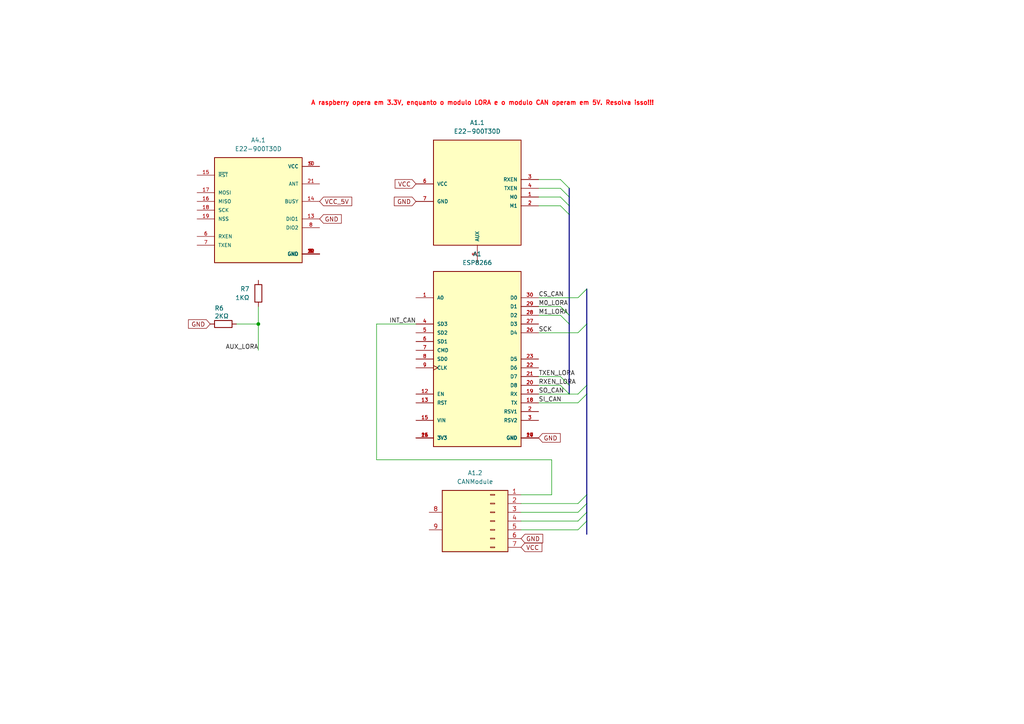
<source format=kicad_sch>
(kicad_sch (version 20250114) (generator "eeschema") (generator_version "9.0")
  (paper "A4")
  (lib_symbols
    (symbol "CAN_Module:Conn_01x07" (pin_names (offset 1.016) (hide yes))
      (property "Reference" "A" (at 0 10.16 0))
      (property "Value" "CANModule" (at 0.762 12.7 0))
      (symbol "Conn_01x07_1_1"
        (rectangle (start -10.16 8.89) (end 8.89 -8.89) (stroke (width 0.254)) (fill (type background)))
        (rectangle (start -6.35 7.747) (end -5.08 7.493) (stroke (width 0.1524)))
        (rectangle (start -6.35 5.207) (end -5.08 4.953) (stroke (width 0.1524)))
        (rectangle (start -6.35 2.667) (end -5.08 2.413) (stroke (width 0.1524)))
        (rectangle (start -6.35 0.127) (end -5.08 -0.127) (stroke (width 0.1524)))
        (rectangle (start -6.35 -2.413) (end -5.08 -2.667) (stroke (width 0.1524)))
        (rectangle (start -6.35 -4.953) (end -5.08 -5.207) (stroke (width 0.1524)))
        (rectangle (start -6.35 -7.493) (end -5.08 -7.747) (stroke (width 0.1524)))
        (pin passive line (at -13.97 7.62 0) (length 3.81) (name "INT_CAN") (number "1"))
        (pin passive line (at -13.97 5.08 0) (length 3.81) (name "CS_CAN") (number "2"))
        (pin passive line (at -13.97 2.54 0) (length 3.81) (name "SI_CAN") (number "3"))
        (pin passive line (at -13.97 0 0) (length 3.81) (name "SO_CAN") (number "4"))
        (pin passive line (at -13.97 -2.54 0) (length 3.81) (name "SCK_CAN") (number "5"))
        (pin passive line (at -13.97 -5.08 0) (length 3.81) (name "GND") (number "6"))
        (pin passive line (at -13.97 -7.62 0) (length 3.81) (name "VCC") (number "7"))
        (pin passive line (at 12.7 2.54 180) (length 3.81) (name "CAN_H") (number "8"))
        (pin passive line (at 12.7 -2.54 180) (length 3.81) (name "CAN_L") (number "9"))
      )
    )
    (symbol "Device:R" (pin_numbers (hide yes)) (pin_names (offset 0))
      (property "Reference" "R" (at 2.032 0 90))
      (property "Value" "R" (at 0 0 90))
      (symbol "R_0_1"
        (rectangle (start -1.016 -2.54) (end 1.016 2.54) (stroke (width 0.254)))
      )
      (symbol "R_1_1"
        (pin passive line (at 0 3.81 270) (length 1.27) (name "~") (number "1"))
        (pin passive line (at 0 -3.81 90) (length 1.27) (name "~") (number "2"))
      )
    )
    (symbol "E22-900M30S:E22-900M30S" (pin_names (offset 1.016))
      (property "Reference" "U" (at -12.7 16.002 0))
      (property "Value" "E22-900M30S" (at -12.7 -17.78 0))
      (symbol "E22-900M30S_0_0"
        (rectangle (start -12.7 -15.24) (end 12.7 15.24) (stroke (width 0.254)) (fill (type background)))
        (pin input line (at -17.78 10.16 0) (length 5.08) (name "~{RST}") (number "15"))
        (pin input line (at -17.78 5.08 0) (length 5.08) (name "MOSI") (number "17"))
        (pin output line (at -17.78 2.54 0) (length 5.08) (name "MISO") (number "16"))
        (pin input line (at -17.78 0 0) (length 5.08) (name "SCK") (number "18"))
        (pin input line (at -17.78 -2.54 0) (length 5.08) (name "NSS") (number "19"))
        (pin input line (at -17.78 -7.62 0) (length 5.08) (name "RXEN") (number "6"))
        (pin input line (at -17.78 -10.16 0) (length 5.08) (name "TXEN") (number "7"))
        (pin power_in line (at 17.78 12.7 180) (length 5.08) (name "VCC") (number "10"))
        (pin power_in line (at 17.78 12.7 180) (length 5.08) (name "VCC") (number "9"))
        (pin output line (at 17.78 7.62 180) (length 5.08) (name "ANT") (number "21"))
        (pin output line (at 17.78 2.54 180) (length 5.08) (name "BUSY") (number "14"))
        (pin bidirectional line (at 17.78 -2.54 180) (length 5.08) (name "DIO1") (number "13"))
        (pin bidirectional line (at 17.78 -5.08 180) (length 5.08) (name "DIO2") (number "8"))
        (pin power_in line (at 17.78 -12.7 180) (length 5.08) (name "GND") (number "1"))
        (pin power_in line (at 17.78 -12.7 180) (length 5.08) (name "GND") (number "11"))
        (pin power_in line (at 17.78 -12.7 180) (length 5.08) (name "GND") (number "12"))
        (pin power_in line (at 17.78 -12.7 180) (length 5.08) (name "GND") (number "2"))
        (pin power_in line (at 17.78 -12.7 180) (length 5.08) (name "GND") (number "20"))
        (pin power_in line (at 17.78 -12.7 180) (length 5.08) (name "GND") (number "22"))
        (pin power_in line (at 17.78 -12.7 180) (length 5.08) (name "GND") (number "3"))
        (pin power_in line (at 17.78 -12.7 180) (length 5.08) (name "GND") (number "4"))
        (pin power_in line (at 17.78 -12.7 180) (length 5.08) (name "GND") (number "5"))
      )
    )
    (symbol "E22-900M30S_1" (pin_names (offset 1.016))
      (property "Reference" "A1.1" (at 0 20.32 0))
      (property "Value" "E22-900T30D" (at 0 17.78 0))
      (symbol "E22-900M30S_1_0_0"
        (rectangle (start -12.7 15.24) (end 12.7 -15.24) (stroke (width 0.254)) (fill (type background)))
      )
      (symbol "E22-900M30S_1_1_0"
        (pin input line (at -17.78 3.81 0) (length 5.08) (name "RXEN") (number "3"))
        (pin input line (at -17.78 1.27 0) (length 5.08) (name "TXEN") (number "4"))
        (pin bidirectional line (at -17.78 -1.27 0) (length 5.08) (name "M0") (number "1"))
        (pin bidirectional line (at -17.78 -3.81 0) (length 5.08) (name "M1") (number "2"))
        (pin output line (at 0 -20.32 90) (length 5.08) (name "AUX") (number "5"))
        (pin power_in line (at 17.78 2.54 180) (length 5.08) (name "VCC") (number "6"))
        (pin power_in line (at 17.78 -2.54 180) (length 5.08) (name "GND") (number "7"))
      )
    )
    (symbol "ZC563900:ZC563900" (pin_names (offset 1.016))
      (property "Reference" "A1" (at 0 30.48 0))
      (property "Value" "ZC563900" (at 0 27.94 0))
      (symbol "ZC563900_0_0"
        (rectangle (start -12.7 25.4) (end 12.7 -25.4) (stroke (width 0.254)) (fill (type background)))
        (pin input line (at -17.78 17.78 0) (length 5.08) (name "A0") (number "1"))
        (pin bidirectional line (at -17.78 10.16 0) (length 5.08) (name "SD3") (number "4"))
        (pin bidirectional line (at -17.78 7.62 0) (length 5.08) (name "SD2") (number "5"))
        (pin bidirectional line (at -17.78 5.08 0) (length 5.08) (name "SD1") (number "6"))
        (pin input line (at -17.78 2.54 0) (length 5.08) (name "CMD") (number "7"))
        (pin bidirectional line (at -17.78 0 0) (length 5.08) (name "SD0") (number "8"))
        (pin input clock (at -17.78 -2.54 0) (length 5.08) (name "CLK") (number "9"))
        (pin input line (at -17.78 -10.16 0) (length 5.08) (name "EN") (number "12"))
        (pin input line (at -17.78 -12.7 0) (length 5.08) (name "RST") (number "13"))
        (pin input line (at -17.78 -17.78 0) (length 5.08) (name "VIN") (number "15"))
        (pin power_in line (at -17.78 -22.86 0) (length 5.08) (name "3V3") (number "11"))
        (pin power_in line (at -17.78 -22.86 0) (length 5.08) (name "3V3") (number "16"))
        (pin power_in line (at -17.78 -22.86 0) (length 5.08) (name "3V3") (number "25"))
        (pin bidirectional line (at 17.78 17.78 180) (length 5.08) (name "D0") (number "30"))
        (pin bidirectional line (at 17.78 15.24 180) (length 5.08) (name "D1") (number "29"))
        (pin bidirectional line (at 17.78 12.7 180) (length 5.08) (name "D2") (number "28"))
        (pin bidirectional line (at 17.78 10.16 180) (length 5.08) (name "D3") (number "27"))
        (pin bidirectional line (at 17.78 7.62 180) (length 5.08) (name "D4") (number "26"))
        (pin bidirectional line (at 17.78 0 180) (length 5.08) (name "D5") (number "23"))
        (pin bidirectional line (at 17.78 -2.54 180) (length 5.08) (name "D6") (number "22"))
        (pin bidirectional line (at 17.78 -5.08 180) (length 5.08) (name "D7") (number "21"))
        (pin bidirectional line (at 17.78 -7.62 180) (length 5.08) (name "D8") (number "20"))
        (pin bidirectional line (at 17.78 -10.16 180) (length 5.08) (name "RX") (number "19"))
        (pin bidirectional line (at 17.78 -12.7 180) (length 5.08) (name "TX") (number "18"))
        (pin passive line (at 17.78 -15.24 180) (length 5.08) (name "RSV1") (number "2"))
        (pin passive line (at 17.78 -17.78 180) (length 5.08) (name "RSV2") (number "3"))
        (pin power_in line (at 17.78 -22.86 180) (length 5.08) (name "GND") (number "10"))
        (pin power_in line (at 17.78 -22.86 180) (length 5.08) (name "GND") (number "14"))
        (pin power_in line (at 17.78 -22.86 180) (length 5.08) (name "GND") (number "17"))
        (pin power_in line (at 17.78 -22.86 180) (length 5.08) (name "GND") (number "24"))
      )
    )
  )
  (text "A raspberry opera em 3.3V, enquanto o modulo LORA e o modulo CAN operam em 5V. Resolva isso!!!" (at 139.954 29.972 0) (effects (font (size 1.27 1.27) (thickness 0.254) (bold yes))))
  (junction (at 74.93 93.98))
  (bus_entry (at 170.18 111.76) (size -2.54 2.54))
  (bus_entry (at 165.1 57.15) (size -2.54 -2.54))
  (bus_entry (at 170.18 151.13) (size -2.54 2.54))
  (bus_entry (at 170.18 146.05) (size -2.54 2.54))
  (bus_entry (at 165.1 111.76) (size -2.54 -2.54))
  (bus_entry (at 170.18 148.59) (size -2.54 2.54))
  (bus_entry (at 165.1 54.61) (size -2.54 -2.54))
  (bus_entry (at 165.1 91.44) (size -2.54 -2.54))
  (bus_entry (at 170.18 83.82) (size -2.54 2.54))
  (bus_entry (at 165.1 114.3) (size -2.54 -2.54))
  (bus_entry (at 170.18 143.51) (size -2.54 2.54))
  (bus_entry (at 165.1 59.69) (size -2.54 -2.54))
  (bus_entry (at 170.18 114.3) (size -2.54 2.54))
  (bus_entry (at 165.1 93.98) (size -2.54 -2.54))
  (bus_entry (at 170.18 93.98) (size -2.54 2.54))
  (bus_entry (at 165.1 62.23) (size -2.54 -2.54))
  (bus (pts (xy 170.18 114.3) (xy 170.18 143.51)))
  (wire (pts (xy 151.13 146.05) (xy 167.64 146.05)))
  (wire (pts (xy 156.21 54.61) (xy 162.56 54.61)))
  (wire (pts (xy 156.21 57.15) (xy 162.56 57.15)))
  (bus (pts (xy 165.1 93.98) (xy 165.1 111.76)))
  (wire (pts (xy 160.02 133.35) (xy 160.02 143.51)))
  (bus (pts (xy 165.1 59.69) (xy 165.1 62.23)))
  (wire (pts (xy 156.21 96.52) (xy 167.64 96.52)))
  (wire (pts (xy 74.93 101.6) (xy 74.93 93.98)))
  (wire (pts (xy 151.13 153.67) (xy 167.64 153.67)))
  (wire (pts (xy 160.02 143.51) (xy 151.13 143.51)))
  (bus (pts (xy 170.18 83.82) (xy 170.18 93.98)))
  (bus (pts (xy 165.1 111.76) (xy 165.1 114.3)))
  (wire (pts (xy 109.22 133.35) (xy 160.02 133.35)))
  (wire (pts (xy 74.93 93.98) (xy 74.93 88.9)))
  (wire (pts (xy 156.21 59.69) (xy 162.56 59.69)))
  (bus (pts (xy 170.18 151.13) (xy 170.18 154.94)))
  (bus (pts (xy 170.18 146.05) (xy 170.18 148.59)))
  (bus (pts (xy 170.18 111.76) (xy 170.18 114.3)))
  (wire (pts (xy 156.21 114.3) (xy 165.1 114.3)))
  (wire (pts (xy 156.21 111.76) (xy 162.56 111.76)))
  (wire (pts (xy 151.13 148.59) (xy 167.64 148.59)))
  (bus (pts (xy 165.1 54.61) (xy 165.1 57.15)))
  (wire (pts (xy 156.21 52.07) (xy 162.56 52.07)))
  (bus (pts (xy 165.1 91.44) (xy 165.1 93.98)))
  (wire (pts (xy 165.1 114.3) (xy 167.64 114.3)))
  (wire (pts (xy 120.65 93.98) (xy 109.22 93.98)))
  (wire (pts (xy 156.21 109.22) (xy 162.56 109.22)))
  (wire (pts (xy 156.21 91.44) (xy 162.56 91.44)))
  (wire (pts (xy 68.58 93.98) (xy 74.93 93.98)))
  (bus (pts (xy 165.1 62.23) (xy 165.1 91.44)))
  (bus (pts (xy 170.18 143.51) (xy 170.18 146.05)))
  (bus (pts (xy 170.18 148.59) (xy 170.18 151.13)))
  (wire (pts (xy 156.21 86.36) (xy 167.64 86.36)))
  (bus (pts (xy 165.1 57.15) (xy 165.1 59.69)))
  (wire (pts (xy 156.21 88.9) (xy 162.56 88.9)))
  (wire (pts (xy 151.13 151.13) (xy 167.64 151.13)))
  (wire (pts (xy 109.22 93.98) (xy 109.22 133.35)))
  (wire (pts (xy 156.21 116.84) (xy 167.64 116.84)))
  (bus (pts (xy 170.18 93.98) (xy 170.18 111.76)))
  (label "INT_CAN" (at 120.65 93.98 180))
  (label "SI_CAN" (at 156.21 116.84 0))
  (label "RXEN_LORA" (at 156.21 111.76 0))
  (label "CS_CAN" (at 156.21 86.36 0))
  (label "M0_LORA" (at 156.21 88.9 0))
  (label "AUX_LORA" (at 74.93 101.6 180))
  (label "TXEN_LORA" (at 156.21 109.22 0))
  (label "SCK" (at 156.21 96.52 0))
  (label "M1_LORA" (at 156.21 91.44 0))
  (label "SO_CAN" (at 156.21 114.3 0))
  (global_label "GND" (shape input) (at 92.71 63.5 0) (property "Intersheetrefs" "${INTERSHEET_REFS}" (effects (hide yes))))
  (global_label "GND" (shape input) (at 151.13 156.21 0) (property "Intersheetrefs" "${INTERSHEET_REFS}" (effects (hide yes))))
  (global_label "VCC_5V" (shape input) (at 92.71 58.42 0) (property "Intersheetrefs" "${INTERSHEET_REFS}" (effects (hide yes))))
  (global_label "GND" (shape input) (at 120.65 58.42 180) (property "Intersheetrefs" "${INTERSHEET_REFS}" (effects (hide yes))))
  (global_label "GND" (shape input) (at 60.96 93.98 180) (property "Intersheetrefs" "${INTERSHEET_REFS}" (effects (hide yes))))
  (global_label "VCC" (shape input) (at 151.13 158.75 0) (property "Intersheetrefs" "${INTERSHEET_REFS}" (effects (hide yes))))
  (global_label "VCC" (shape input) (at 120.65 53.34 180) (property "Intersheetrefs" "${INTERSHEET_REFS}" (effects (hide yes))))
  (global_label "GND" (shape input) (at 156.21 127 0) (property "Intersheetrefs" "${INTERSHEET_REFS}" (effects (hide yes))))
  (symbol (lib_id "Device:R") (at 74.93 85.09 0) (mirror x) (unit 1)
    (property "Reference" "R7" (at 72.39 83.8199 0) (effects (justify right)))
    (property "Value" "1KΩ" (at 72.39 86.3599 0) (effects (justify right)))
    (property "Footprint" "Resistor_SMD:R_1206_3216Metric_Pad1.30x1.75mm_HandSolder" (effects (hide yes)))
    (property "Description" "Resistor" (effects (hide yes)))
  )
  (symbol (lib_id "E22-900M30S:E22-900M30S") (at 74.93 60.96 0) (unit 1)
    (property "Reference" "A4.1" (at 74.93 40.64 0))
    (property "Value" "E22-900T30D" (at 74.93 43.18 0))
    (property "Footprint" "Modulo_LORA:E22-900T30D" (effects (hide yes)))
    (property "MF" "EBYTE" (effects (hide yes)))
    (property "MAXIMUM_PACKAGE_HEIGHT" "3.97 mm" (effects (hide yes)))
    (property "Package" "Package" (effects (hide yes)))
    (property "Price" "None" (effects (hide yes)))
    (property "Check_prices" "https://www.snapeda.com/parts/E22-900M30S/EBYTE/view-part/?ref=eda" (effects (hide yes)))
    (property "STANDARD" "Manufacturer Recommendations" (effects (hide yes)))
    (property "PARTREV" "1.2" (effects (hide yes)))
    (property "SnapEDA_Link" "https://www.snapeda.com/parts/E22-900M30S/EBYTE/view-part/?ref=snap" (effects (hide yes)))
    (property "MP" "E22-900M30S" (effects (hide yes)))
    (property "Description_1" "SX1262 868/915 MHz 1w SPI LoRa Module" (effects (hide yes)))
    (property "Availability" "Not in stock" (effects (hide yes)))
    (property "MANUFACTURER" "EBYTE" (effects (hide yes)))
  )
  (symbol (lib_id "ZC563900:ZC563900") (at 138.43 104.14 0) (unit 1)
    (property "Reference" "A1" (at 138.43 73.66 0))
    (property "Value" "ESP8266" (at 138.43 76.2 0))
    (property "Footprint" "ZC563900:MODULE_ZC563900" (effects (hide yes)))
    (property "MF" "YKS" (effects (hide yes)))
    (property "MAXIMUM_PACKAGE_HEIGHT" "N/A" (effects (hide yes)))
    (property "Package" "None" (effects (hide yes)))
    (property "Price" "None" (effects (hide yes)))
    (property "Check_prices" "https://www.snapeda.com/parts/ZC563900/YKS/view-part/?ref=eda" (effects (hide yes)))
    (property "STANDARD" "Manufacturer Recommendations" (effects (hide yes)))
    (property "PARTREV" "1.0" (effects (hide yes)))
    (property "SnapEDA_Link" "https://www.snapeda.com/parts/ZC563900/YKS/view-part/?ref=snap" (effects (hide yes)))
    (property "MP" "ZC563900" (effects (hide yes)))
    (property "Description_1" "NodeMcu Lua ESP8266 WIFI Internet of Things Network Development Module Board" (effects (hide yes)))
    (property "Availability" "Not in stock" (effects (hide yes)))
    (property "MANUFACTURER" "YKS" (effects (hide yes)))
  )
  (symbol (lib_id "CAN_Module:Conn_01x07") (at 137.16 151.13 0) (mirror y) (unit 1)
    (property "Reference" "A1.2" (at 137.795 137.16 0))
    (property "Value" "CANModule" (at 137.795 139.7 0))
    (property "Footprint" "Can_Module:MCP2515" (effects (hide yes)))
    (property "Description" "Generic connector, single row, 01x07, script generated (kicad-library-utils/schlib/autogen/connector/)" (effects (hide yes)))
  )
  (symbol (lib_name "E22-900M30S_1") (lib_id "E22-900M30S:E22-900M30S") (at 138.43 55.88 0) (mirror y) (unit 1)
    (property "Reference" "A1.1" (at 138.43 35.56 0))
    (property "Value" "E22-900T30D" (at 138.43 38.1 0))
    (property "Footprint" "E22-900M30S:XCVR_E22-900M30S" (effects (hide yes)))
    (property "MF" "EBYTE" (effects (hide yes)))
    (property "MAXIMUM_PACKAGE_HEIGHT" "3.97 mm" (effects (hide yes)))
    (property "Package" "Package" (effects (hide yes)))
    (property "Price" "None" (effects (hide yes)))
    (property "Check_prices" "https://www.snapeda.com/parts/E22-900M30S/EBYTE/view-part/?ref=eda" (effects (hide yes)))
    (property "STANDARD" "Manufacturer Recommendations" (effects (hide yes)))
    (property "PARTREV" "1.2" (effects (hide yes)))
    (property "SnapEDA_Link" "https://www.snapeda.com/parts/E22-900M30S/EBYTE/view-part/?ref=snap" (effects (hide yes)))
    (property "MP" "E22-900M30S" (effects (hide yes)))
    (property "Description_1" "SX1262 868/915 MHz 1w SPI LoRa Module" (effects (hide yes)))
    (property "Availability" "Not in stock" (effects (hide yes)))
    (property "MANUFACTURER" "EBYTE" (effects (hide yes)))
  )
  (symbol (lib_id "Device:R") (at 64.77 93.98 270) (mirror x) (unit 1)
    (property "Reference" "R6" (at 62.23 89.408 90) (effects (justify left)))
    (property "Value" "2KΩ" (at 62.23 91.694 90) (effects (justify left)))
    (property "Footprint" "Resistor_SMD:R_1206_3216Metric_Pad1.30x1.75mm_HandSolder" (effects (hide yes)))
    (property "Description" "Resistor" (effects (hide yes)))
  )
)
</source>
